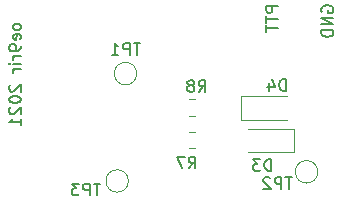
<source format=gbo>
G04 #@! TF.GenerationSoftware,KiCad,Pcbnew,5.1.6+dfsg1-1~bpo9+1*
G04 #@! TF.CreationDate,2022-04-04T20:25:57+02:00*
G04 #@! TF.ProjectId,sdrtrx-pttrelais,73647274-7278-42d7-9074-7472656c6169,rev?*
G04 #@! TF.SameCoordinates,Original*
G04 #@! TF.FileFunction,Legend,Bot*
G04 #@! TF.FilePolarity,Positive*
%FSLAX46Y46*%
G04 Gerber Fmt 4.6, Leading zero omitted, Abs format (unit mm)*
G04 Created by KiCad (PCBNEW 5.1.6+dfsg1-1~bpo9+1) date 2022-04-04 20:25:57*
%MOMM*%
%LPD*%
G01*
G04 APERTURE LIST*
%ADD10C,0.150000*%
%ADD11C,0.120000*%
%ADD12O,0.900000X1.400000*%
%ADD13R,1.000000X1.300000*%
%ADD14O,1.100000X1.100000*%
%ADD15R,1.100000X1.100000*%
%ADD16C,1.600000*%
%ADD17C,1.200000*%
%ADD18O,3.600000X2.000000*%
G04 APERTURE END LIST*
D10*
X132532380Y-77970190D02*
X131532380Y-77970190D01*
X131532380Y-78351142D01*
X131580000Y-78446380D01*
X131627619Y-78494000D01*
X131722857Y-78541619D01*
X131865714Y-78541619D01*
X131960952Y-78494000D01*
X132008571Y-78446380D01*
X132056190Y-78351142D01*
X132056190Y-77970190D01*
X131532380Y-78827333D02*
X131532380Y-79398761D01*
X132532380Y-79113047D02*
X131532380Y-79113047D01*
X131532380Y-79589238D02*
X131532380Y-80160666D01*
X132532380Y-79874952D02*
X131532380Y-79874952D01*
X136279000Y-78486095D02*
X136231380Y-78390857D01*
X136231380Y-78248000D01*
X136279000Y-78105142D01*
X136374238Y-78009904D01*
X136469476Y-77962285D01*
X136659952Y-77914666D01*
X136802809Y-77914666D01*
X136993285Y-77962285D01*
X137088523Y-78009904D01*
X137183761Y-78105142D01*
X137231380Y-78248000D01*
X137231380Y-78343238D01*
X137183761Y-78486095D01*
X137136142Y-78533714D01*
X136802809Y-78533714D01*
X136802809Y-78343238D01*
X137231380Y-78962285D02*
X136231380Y-78962285D01*
X137231380Y-79533714D01*
X136231380Y-79533714D01*
X137231380Y-80009904D02*
X136231380Y-80009904D01*
X136231380Y-80248000D01*
X136279000Y-80390857D01*
X136374238Y-80486095D01*
X136469476Y-80533714D01*
X136659952Y-80581333D01*
X136802809Y-80581333D01*
X136993285Y-80533714D01*
X137088523Y-80486095D01*
X137183761Y-80390857D01*
X137231380Y-80248000D01*
X137231380Y-80009904D01*
X110777280Y-79650152D02*
X110729661Y-79554914D01*
X110682042Y-79507295D01*
X110586804Y-79459676D01*
X110301090Y-79459676D01*
X110205852Y-79507295D01*
X110158233Y-79554914D01*
X110110614Y-79650152D01*
X110110614Y-79793009D01*
X110158233Y-79888247D01*
X110205852Y-79935866D01*
X110301090Y-79983485D01*
X110586804Y-79983485D01*
X110682042Y-79935866D01*
X110729661Y-79888247D01*
X110777280Y-79793009D01*
X110777280Y-79650152D01*
X110729661Y-80793009D02*
X110777280Y-80697771D01*
X110777280Y-80507295D01*
X110729661Y-80412057D01*
X110634423Y-80364438D01*
X110253471Y-80364438D01*
X110158233Y-80412057D01*
X110110614Y-80507295D01*
X110110614Y-80697771D01*
X110158233Y-80793009D01*
X110253471Y-80840628D01*
X110348709Y-80840628D01*
X110443947Y-80364438D01*
X110777280Y-81316819D02*
X110777280Y-81507295D01*
X110729661Y-81602533D01*
X110682042Y-81650152D01*
X110539185Y-81745390D01*
X110348709Y-81793009D01*
X109967757Y-81793009D01*
X109872519Y-81745390D01*
X109824900Y-81697771D01*
X109777280Y-81602533D01*
X109777280Y-81412057D01*
X109824900Y-81316819D01*
X109872519Y-81269200D01*
X109967757Y-81221580D01*
X110205852Y-81221580D01*
X110301090Y-81269200D01*
X110348709Y-81316819D01*
X110396328Y-81412057D01*
X110396328Y-81602533D01*
X110348709Y-81697771D01*
X110301090Y-81745390D01*
X110205852Y-81793009D01*
X110777280Y-82221580D02*
X110110614Y-82221580D01*
X110301090Y-82221580D02*
X110205852Y-82269200D01*
X110158233Y-82316819D01*
X110110614Y-82412057D01*
X110110614Y-82507295D01*
X110777280Y-82840628D02*
X110110614Y-82840628D01*
X109777280Y-82840628D02*
X109824900Y-82793009D01*
X109872519Y-82840628D01*
X109824900Y-82888247D01*
X109777280Y-82840628D01*
X109872519Y-82840628D01*
X110777280Y-83316819D02*
X110110614Y-83316819D01*
X110301090Y-83316819D02*
X110205852Y-83364438D01*
X110158233Y-83412057D01*
X110110614Y-83507295D01*
X110110614Y-83602533D01*
X109872519Y-84650152D02*
X109824900Y-84697771D01*
X109777280Y-84793009D01*
X109777280Y-85031104D01*
X109824900Y-85126342D01*
X109872519Y-85173961D01*
X109967757Y-85221580D01*
X110062995Y-85221580D01*
X110205852Y-85173961D01*
X110777280Y-84602533D01*
X110777280Y-85221580D01*
X109777280Y-85840628D02*
X109777280Y-85935866D01*
X109824900Y-86031104D01*
X109872519Y-86078723D01*
X109967757Y-86126342D01*
X110158233Y-86173961D01*
X110396328Y-86173961D01*
X110586804Y-86126342D01*
X110682042Y-86078723D01*
X110729661Y-86031104D01*
X110777280Y-85935866D01*
X110777280Y-85840628D01*
X110729661Y-85745390D01*
X110682042Y-85697771D01*
X110586804Y-85650152D01*
X110396328Y-85602533D01*
X110158233Y-85602533D01*
X109967757Y-85650152D01*
X109872519Y-85697771D01*
X109824900Y-85745390D01*
X109777280Y-85840628D01*
X109872519Y-86554914D02*
X109824900Y-86602533D01*
X109777280Y-86697771D01*
X109777280Y-86935866D01*
X109824900Y-87031104D01*
X109872519Y-87078723D01*
X109967757Y-87126342D01*
X110062995Y-87126342D01*
X110205852Y-87078723D01*
X110777280Y-86507295D01*
X110777280Y-87126342D01*
X110777280Y-88078723D02*
X110777280Y-87507295D01*
X110777280Y-87793009D02*
X109777280Y-87793009D01*
X109920138Y-87697771D01*
X110015376Y-87602533D01*
X110062995Y-87507295D01*
D11*
X125531378Y-87260500D02*
X125014222Y-87260500D01*
X125531378Y-85840500D02*
X125014222Y-85840500D01*
X125531378Y-90029100D02*
X125014222Y-90029100D01*
X125531378Y-88609100D02*
X125014222Y-88609100D01*
X129423600Y-87588600D02*
X133323600Y-87588600D01*
X129423600Y-85588600D02*
X133323600Y-85588600D01*
X129423600Y-87588600D02*
X129423600Y-85588600D01*
X133898200Y-88344500D02*
X129998200Y-88344500D01*
X133898200Y-90344500D02*
X129998200Y-90344500D01*
X133898200Y-88344500D02*
X133898200Y-90344500D01*
X119885500Y-92786200D02*
G75*
G03*
X119885500Y-92786200I-950000J0D01*
G01*
X135912900Y-92011500D02*
G75*
G03*
X135912900Y-92011500I-950000J0D01*
G01*
X120584000Y-83693000D02*
G75*
G03*
X120584000Y-83693000I-950000J0D01*
G01*
D10*
X125830866Y-85250280D02*
X126164200Y-84774090D01*
X126402295Y-85250280D02*
X126402295Y-84250280D01*
X126021342Y-84250280D01*
X125926104Y-84297900D01*
X125878485Y-84345519D01*
X125830866Y-84440757D01*
X125830866Y-84583614D01*
X125878485Y-84678852D01*
X125926104Y-84726471D01*
X126021342Y-84774090D01*
X126402295Y-84774090D01*
X125259438Y-84678852D02*
X125354676Y-84631233D01*
X125402295Y-84583614D01*
X125449914Y-84488376D01*
X125449914Y-84440757D01*
X125402295Y-84345519D01*
X125354676Y-84297900D01*
X125259438Y-84250280D01*
X125068961Y-84250280D01*
X124973723Y-84297900D01*
X124926104Y-84345519D01*
X124878485Y-84440757D01*
X124878485Y-84488376D01*
X124926104Y-84583614D01*
X124973723Y-84631233D01*
X125068961Y-84678852D01*
X125259438Y-84678852D01*
X125354676Y-84726471D01*
X125402295Y-84774090D01*
X125449914Y-84869328D01*
X125449914Y-85059804D01*
X125402295Y-85155042D01*
X125354676Y-85202661D01*
X125259438Y-85250280D01*
X125068961Y-85250280D01*
X124973723Y-85202661D01*
X124926104Y-85155042D01*
X124878485Y-85059804D01*
X124878485Y-84869328D01*
X124926104Y-84774090D01*
X124973723Y-84726471D01*
X125068961Y-84678852D01*
X124982266Y-91724080D02*
X125315600Y-91247890D01*
X125553695Y-91724080D02*
X125553695Y-90724080D01*
X125172742Y-90724080D01*
X125077504Y-90771700D01*
X125029885Y-90819319D01*
X124982266Y-90914557D01*
X124982266Y-91057414D01*
X125029885Y-91152652D01*
X125077504Y-91200271D01*
X125172742Y-91247890D01*
X125553695Y-91247890D01*
X124648933Y-90724080D02*
X123982266Y-90724080D01*
X124410838Y-91724080D01*
X133223695Y-85169180D02*
X133223695Y-84169180D01*
X132985600Y-84169180D01*
X132842742Y-84216800D01*
X132747504Y-84312038D01*
X132699885Y-84407276D01*
X132652266Y-84597752D01*
X132652266Y-84740609D01*
X132699885Y-84931085D01*
X132747504Y-85026323D01*
X132842742Y-85121561D01*
X132985600Y-85169180D01*
X133223695Y-85169180D01*
X131795123Y-84502514D02*
X131795123Y-85169180D01*
X132033219Y-84121561D02*
X132271314Y-84835847D01*
X131652266Y-84835847D01*
X131967195Y-91930480D02*
X131967195Y-90930480D01*
X131729100Y-90930480D01*
X131586242Y-90978100D01*
X131491004Y-91073338D01*
X131443385Y-91168576D01*
X131395766Y-91359052D01*
X131395766Y-91501909D01*
X131443385Y-91692385D01*
X131491004Y-91787623D01*
X131586242Y-91882861D01*
X131729100Y-91930480D01*
X131967195Y-91930480D01*
X131062433Y-90930480D02*
X130443385Y-90930480D01*
X130776719Y-91311433D01*
X130633861Y-91311433D01*
X130538623Y-91359052D01*
X130491004Y-91406671D01*
X130443385Y-91501909D01*
X130443385Y-91740004D01*
X130491004Y-91835242D01*
X130538623Y-91882861D01*
X130633861Y-91930480D01*
X130919576Y-91930480D01*
X131014814Y-91882861D01*
X131062433Y-91835242D01*
X117505004Y-93000580D02*
X116933576Y-93000580D01*
X117219290Y-94000580D02*
X117219290Y-93000580D01*
X116600242Y-94000580D02*
X116600242Y-93000580D01*
X116219290Y-93000580D01*
X116124052Y-93048200D01*
X116076433Y-93095819D01*
X116028814Y-93191057D01*
X116028814Y-93333914D01*
X116076433Y-93429152D01*
X116124052Y-93476771D01*
X116219290Y-93524390D01*
X116600242Y-93524390D01*
X115695480Y-93000580D02*
X115076433Y-93000580D01*
X115409766Y-93381533D01*
X115266909Y-93381533D01*
X115171671Y-93429152D01*
X115124052Y-93476771D01*
X115076433Y-93572009D01*
X115076433Y-93810104D01*
X115124052Y-93905342D01*
X115171671Y-93952961D01*
X115266909Y-94000580D01*
X115552623Y-94000580D01*
X115647861Y-93952961D01*
X115695480Y-93905342D01*
X133735604Y-92479880D02*
X133164176Y-92479880D01*
X133449890Y-93479880D02*
X133449890Y-92479880D01*
X132830842Y-93479880D02*
X132830842Y-92479880D01*
X132449890Y-92479880D01*
X132354652Y-92527500D01*
X132307033Y-92575119D01*
X132259414Y-92670357D01*
X132259414Y-92813214D01*
X132307033Y-92908452D01*
X132354652Y-92956071D01*
X132449890Y-93003690D01*
X132830842Y-93003690D01*
X131878461Y-92575119D02*
X131830842Y-92527500D01*
X131735604Y-92479880D01*
X131497509Y-92479880D01*
X131402271Y-92527500D01*
X131354652Y-92575119D01*
X131307033Y-92670357D01*
X131307033Y-92765595D01*
X131354652Y-92908452D01*
X131926080Y-93479880D01*
X131307033Y-93479880D01*
X120895904Y-81113380D02*
X120324476Y-81113380D01*
X120610190Y-82113380D02*
X120610190Y-81113380D01*
X119991142Y-82113380D02*
X119991142Y-81113380D01*
X119610190Y-81113380D01*
X119514952Y-81161000D01*
X119467333Y-81208619D01*
X119419714Y-81303857D01*
X119419714Y-81446714D01*
X119467333Y-81541952D01*
X119514952Y-81589571D01*
X119610190Y-81637190D01*
X119991142Y-81637190D01*
X118467333Y-82113380D02*
X119038761Y-82113380D01*
X118753047Y-82113380D02*
X118753047Y-81113380D01*
X118848285Y-81256238D01*
X118943523Y-81351476D01*
X119038761Y-81399095D01*
%LPC*%
G36*
G01*
X124872800Y-86069250D02*
X124872800Y-87031750D01*
G75*
G02*
X124604050Y-87300500I-268750J0D01*
G01*
X124066550Y-87300500D01*
G75*
G02*
X123797800Y-87031750I0J268750D01*
G01*
X123797800Y-86069250D01*
G75*
G02*
X124066550Y-85800500I268750J0D01*
G01*
X124604050Y-85800500D01*
G75*
G02*
X124872800Y-86069250I0J-268750D01*
G01*
G37*
G36*
G01*
X126747800Y-86069250D02*
X126747800Y-87031750D01*
G75*
G02*
X126479050Y-87300500I-268750J0D01*
G01*
X125941550Y-87300500D01*
G75*
G02*
X125672800Y-87031750I0J268750D01*
G01*
X125672800Y-86069250D01*
G75*
G02*
X125941550Y-85800500I268750J0D01*
G01*
X126479050Y-85800500D01*
G75*
G02*
X126747800Y-86069250I0J-268750D01*
G01*
G37*
G36*
G01*
X124872800Y-88837850D02*
X124872800Y-89800350D01*
G75*
G02*
X124604050Y-90069100I-268750J0D01*
G01*
X124066550Y-90069100D01*
G75*
G02*
X123797800Y-89800350I0J268750D01*
G01*
X123797800Y-88837850D01*
G75*
G02*
X124066550Y-88569100I268750J0D01*
G01*
X124604050Y-88569100D01*
G75*
G02*
X124872800Y-88837850I0J-268750D01*
G01*
G37*
G36*
G01*
X126747800Y-88837850D02*
X126747800Y-89800350D01*
G75*
G02*
X126479050Y-90069100I-268750J0D01*
G01*
X125941550Y-90069100D01*
G75*
G02*
X125672800Y-89800350I0J268750D01*
G01*
X125672800Y-88837850D01*
G75*
G02*
X125941550Y-88569100I268750J0D01*
G01*
X126479050Y-88569100D01*
G75*
G02*
X126747800Y-88837850I0J-268750D01*
G01*
G37*
D12*
X128021400Y-79756000D03*
G36*
G01*
X126321400Y-80231000D02*
X126321400Y-79281000D01*
G75*
G02*
X126546400Y-79056000I225000J0D01*
G01*
X126996400Y-79056000D01*
G75*
G02*
X127221400Y-79281000I0J-225000D01*
G01*
X127221400Y-80231000D01*
G75*
G02*
X126996400Y-80456000I-225000J0D01*
G01*
X126546400Y-80456000D01*
G75*
G02*
X126321400Y-80231000I0J225000D01*
G01*
G37*
D13*
X133323600Y-86588600D03*
X130023600Y-86588600D03*
X129998200Y-89344500D03*
X133298200Y-89344500D03*
D14*
X118872000Y-78994000D03*
X118872000Y-80264000D03*
X117602000Y-78994000D03*
X117602000Y-80264000D03*
X116332000Y-78994000D03*
D15*
X116332000Y-80264000D03*
D16*
X118935500Y-92786200D03*
X134962900Y-92011500D03*
X119634000Y-83693000D03*
D12*
X133858000Y-78867000D03*
G36*
G01*
X135558000Y-78392000D02*
X135558000Y-79342000D01*
G75*
G02*
X135333000Y-79567000I-225000J0D01*
G01*
X134883000Y-79567000D01*
G75*
G02*
X134658000Y-79342000I0J225000D01*
G01*
X134658000Y-78392000D01*
G75*
G02*
X134883000Y-78167000I225000J0D01*
G01*
X135333000Y-78167000D01*
G75*
G02*
X135558000Y-78392000I0J-225000D01*
G01*
G37*
D17*
X103039000Y-85203000D03*
X103039000Y-89803000D03*
D18*
X103039000Y-81803000D03*
X103039000Y-93203000D03*
M02*

</source>
